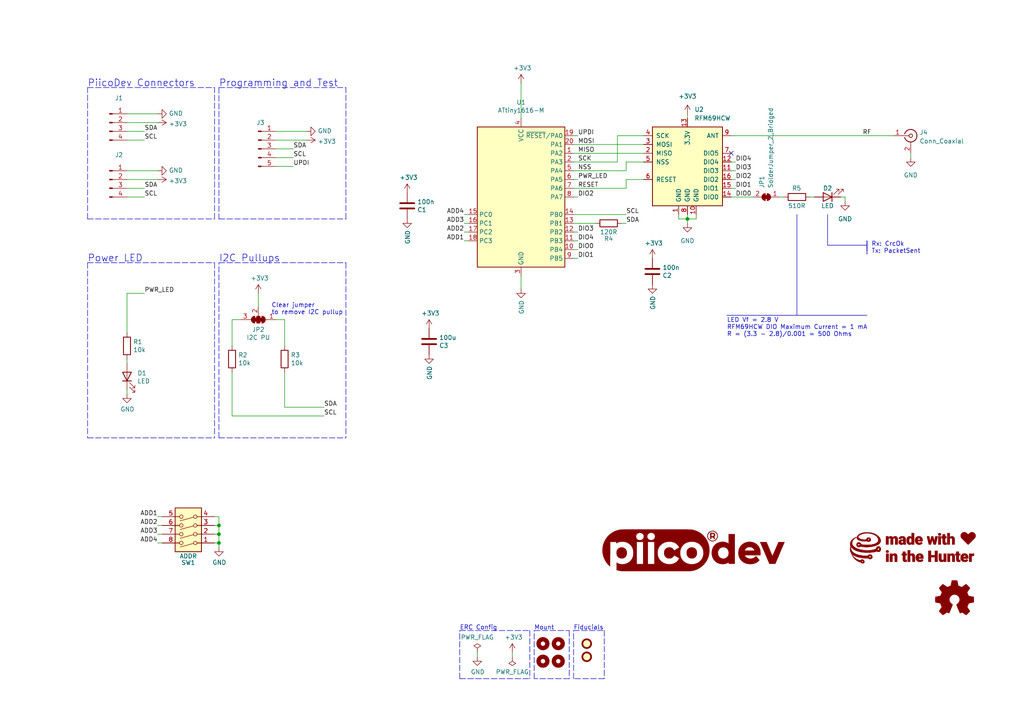
<source format=kicad_sch>
(kicad_sch (version 20211123) (generator eeschema)
  (paper "A4")
  (title_block (title "PiicoDev Radio") (rev "00") (company "Core Electronics") (comment 1 "Designed by Peter Johnston at") (comment 2 "PiicoDev and the PiicoDev logo are trademarks of Core Electronics Pty Ltd.") (comment 3 "License: CCASAv4.0 http://creativecommons.org/licenses/by-sa/4.0"))
  (lib_symbols
    (symbol "Connector:Conn_01x04_Male" (pin_names (offset 1.016) hide)
      (property "Reference" "J" (at 0 5.08 0))
      (property "Value" "Conn_01x04_Male" (at 0 -7.62 0))
      (symbol "Conn_01x04_Male_1_1"
        (pin passive line (at 5.08 2.54 180) (length 3.81) (name "Pin_1") (number "1"))
        (pin passive line (at 5.08 0 180) (length 3.81) (name "Pin_2") (number "2"))
        (pin passive line (at 5.08 -2.54 180) (length 3.81) (name "Pin_3") (number "3"))
        (pin passive line (at 5.08 -5.08 180) (length 3.81) (name "Pin_4") (number "4"))
      )
    )
    (symbol "Connector:Conn_01x05_Male" (pin_names (offset 1.016) hide)
      (property "Reference" "J" (at 0 7.62 0))
      (property "Value" "Conn_01x05_Male" (at 0 -7.62 0))
      (symbol "Conn_01x05_Male_1_1"
        (pin passive line (at 5.08 5.08 180) (length 3.81) (name "Pin_1") (number "1"))
        (pin passive line (at 5.08 2.54 180) (length 3.81) (name "Pin_2") (number "2"))
        (pin passive line (at 5.08 0 180) (length 3.81) (name "Pin_3") (number "3"))
        (pin passive line (at 5.08 -2.54 180) (length 3.81) (name "Pin_4") (number "4"))
        (pin passive line (at 5.08 -5.08 180) (length 3.81) (name "Pin_5") (number "5"))
      )
    )
    (symbol "Connector:Conn_Coaxial" (pin_names (offset 1.016) hide)
      (property "Reference" "J" (at 0.254 3.048 0))
      (property "Value" "Conn_Coaxial" (at 2.921 0 90))
      (symbol "Conn_Coaxial_1_1"
        (pin passive line (at -5.08 0 0) (length 2.54) (name "In") (number "1"))
        (pin passive line (at 0 -5.08 90) (length 2.54) (name "Ext") (number "2"))
      )
    )
    (symbol "CoreElectronics_Artwork:LOGO_CoreElectronics_no-text" (pin_names (offset 1.016)))
    (symbol "CoreElectronics_Artwork:LOGO_PiicoDev" (pin_names (offset 1.016)))
    (symbol "CoreElectronics_Artwork:LOGO_made-with-love" (pin_names (offset 1.016)))
    (symbol "Device:C" (pin_numbers hide) (pin_names (offset 0.254))
      (property "Reference" "C" (at 0.635 2.54 0))
      (property "Value" "C" (at 0.635 -2.54 0))
      (symbol "C_1_1"
        (pin passive line (at 0 3.81 270) (length 2.794) (name "~") (number "1"))
        (pin passive line (at 0 -3.81 90) (length 2.794) (name "~") (number "2"))
      )
    )
    (symbol "Device:LED" (pin_numbers hide) (pin_names (offset 1.016) hide)
      (property "Reference" "D" (at 0 2.54 0))
      (property "Value" "LED" (at 0 -2.54 0))
      (symbol "LED_1_1"
        (pin passive line (at -3.81 0 0) (length 2.54) (name "K") (number "1"))
        (pin passive line (at 3.81 0 180) (length 2.54) (name "A") (number "2"))
      )
    )
    (symbol "Device:R" (pin_numbers hide) (pin_names (offset 0))
      (property "Reference" "R" (at 2.032 0 90))
      (property "Value" "R" (at 0 0 90))
      (symbol "R_1_1"
        (pin passive line (at 0 3.81 270) (length 1.27) (name "~") (number "1"))
        (pin passive line (at 0 -3.81 90) (length 1.27) (name "~") (number "2"))
      )
    )
    (symbol "Graphic:Logo_Open_Hardware_Small" (pin_names (offset 1.016)))
    (symbol "Jumper:SolderJumper_2_Bridged" (pin_names (offset 0) hide)
      (property "Reference" "JP" (at 0 2.032 0))
      (property "Value" "SolderJumper_2_Bridged" (at 0 -2.54 0))
      (symbol "SolderJumper_2_Bridged_1_1"
        (pin passive line (at -3.81 0 0) (length 2.54) (name "A") (number "1"))
        (pin passive line (at 3.81 0 180) (length 2.54) (name "B") (number "2"))
      )
    )
    (symbol "Jumper:SolderJumper_3_Bridged123" (pin_names (offset 0) hide)
      (property "Reference" "JP" (at -2.54 -2.54 0))
      (property "Value" "SolderJumper_3_Bridged123" (at 0 2.794 0))
      (symbol "SolderJumper_3_Bridged123_1_1"
        (pin passive line (at -5.08 0 0) (length 2.54) (name "A") (number "1"))
        (pin passive line (at 0 -3.81 90) (length 2.54) (name "C") (number "2"))
        (pin passive line (at 5.08 0 180) (length 2.54) (name "B") (number "3"))
      )
    )
    (symbol "MCU_Microchip_ATtiny:ATtiny1616-M"
      (property "Reference" "U" (at -12.7 21.59 0))
      (property "Value" "ATtiny1616-M" (at 2.54 -21.59 0))
      (symbol "ATtiny1616-M_1_1"
        (pin bidirectional line (at 15.24 12.7 180) (length 2.54) (name "PA2") (number "1"))
        (pin bidirectional line (at 15.24 -15.24 180) (length 2.54) (name "PB4") (number "10"))
        (pin bidirectional line (at 15.24 -12.7 180) (length 2.54) (name "PB3") (number "11"))
        (pin bidirectional line (at 15.24 -10.16 180) (length 2.54) (name "PB2") (number "12"))
        (pin bidirectional line (at 15.24 -7.62 180) (length 2.54) (name "PB1") (number "13"))
        (pin bidirectional line (at 15.24 -5.08 180) (length 2.54) (name "PB0") (number "14"))
        (pin bidirectional line (at -15.24 -5.08 0) (length 2.54) (name "PC0") (number "15"))
        (pin bidirectional line (at -15.24 -7.62 0) (length 2.54) (name "PC1") (number "16"))
        (pin bidirectional line (at -15.24 -10.16 0) (length 2.54) (name "PC2") (number "17"))
        (pin bidirectional line (at -15.24 -12.7 0) (length 2.54) (name "PC3") (number "18"))
        (pin bidirectional line (at 15.24 17.78 180) (length 2.54) (name "~{RESET}/PA0") (number "19"))
        (pin bidirectional line (at 15.24 10.16 180) (length 2.54) (name "PA3") (number "2"))
        (pin bidirectional line (at 15.24 15.24 180) (length 2.54) (name "PA1") (number "20"))
        (pin passive line (at 0 -22.86 90) (length 2.54) hide (name "GND") (number "21"))
        (pin power_in line (at 0 -22.86 90) (length 2.54) (name "GND") (number "3"))
        (pin power_in line (at 0 22.86 270) (length 2.54) (name "VCC") (number "4"))
        (pin bidirectional line (at 15.24 7.62 180) (length 2.54) (name "PA4") (number "5"))
        (pin bidirectional line (at 15.24 5.08 180) (length 2.54) (name "PA5") (number "6"))
        (pin bidirectional line (at 15.24 2.54 180) (length 2.54) (name "PA6") (number "7"))
        (pin bidirectional line (at 15.24 0 180) (length 2.54) (name "PA7") (number "8"))
        (pin bidirectional line (at 15.24 -17.78 180) (length 2.54) (name "PB5") (number "9"))
      )
    )
    (symbol "Mechanical:Fiducial"
      (property "Reference" "FID" (at 0 5.08 0))
      (property "Value" "Fiducial" (at 0 3.175 0))
    )
    (symbol "Mechanical:MountingHole" (pin_names (offset 1.016))
      (property "Reference" "H" (at 0 5.08 0))
      (property "Value" "MountingHole" (at 0 3.175 0))
    )
    (symbol "RF_Module:RFM69HCW" (pin_names (offset 1.016))
      (property "Reference" "U" (at -10.414 11.684 0))
      (property "Value" "RFM69HCW" (at 1.524 11.43 0))
      (symbol "RFM69HCW_1_1"
        (pin power_in line (at -2.54 -15.24 90) (length 2.54) (name "GND") (number "1"))
        (pin power_in line (at 2.54 -15.24 90) (length 2.54) (name "GND") (number "10"))
        (pin bidirectional line (at 12.7 -2.54 180) (length 2.54) (name "DIO3") (number "11"))
        (pin bidirectional line (at 12.7 0 180) (length 2.54) (name "DIO4") (number "12"))
        (pin power_in line (at 0 12.7 270) (length 2.54) (name "3.3V") (number "13"))
        (pin bidirectional line (at 12.7 -10.16 180) (length 2.54) (name "DIO0") (number "14"))
        (pin bidirectional line (at 12.7 -7.62 180) (length 2.54) (name "DIO1") (number "15"))
        (pin bidirectional line (at 12.7 -5.08 180) (length 2.54) (name "DIO2") (number "16"))
        (pin output line (at -12.7 2.54 0) (length 2.54) (name "MISO") (number "2"))
        (pin input line (at -12.7 5.08 0) (length 2.54) (name "MOSI") (number "3"))
        (pin input line (at -12.7 7.62 0) (length 2.54) (name "SCK") (number "4"))
        (pin input line (at -12.7 0 0) (length 2.54) (name "NSS") (number "5"))
        (pin bidirectional line (at -12.7 -5.08 0) (length 2.54) (name "RESET") (number "6"))
        (pin bidirectional line (at 12.7 2.54 180) (length 2.54) (name "DIO5") (number "7"))
        (pin power_in line (at 0 -15.24 90) (length 2.54) (name "GND") (number "8"))
        (pin bidirectional line (at 12.7 7.62 180) (length 2.54) (name "ANT") (number "9"))
      )
    )
    (symbol "Switch:SW_DIP_x04" (pin_names (offset 0) hide)
      (property "Reference" "SW" (at 0 8.89 0))
      (property "Value" "SW_DIP_x04" (at 0 -6.35 0))
      (symbol "SW_DIP_x04_1_1"
        (pin passive line (at -7.62 5.08 0) (length 5.08) (name "~") (number "1"))
        (pin passive line (at -7.62 2.54 0) (length 5.08) (name "~") (number "2"))
        (pin passive line (at -7.62 0 0) (length 5.08) (name "~") (number "3"))
        (pin passive line (at -7.62 -2.54 0) (length 5.08) (name "~") (number "4"))
        (pin passive line (at 7.62 -2.54 180) (length 5.08) (name "~") (number "5"))
        (pin passive line (at 7.62 0 180) (length 5.08) (name "~") (number "6"))
        (pin passive line (at 7.62 2.54 180) (length 5.08) (name "~") (number "7"))
        (pin passive line (at 7.62 5.08 180) (length 5.08) (name "~") (number "8"))
      )
    )
    (symbol "power:+3V3" (power) (pin_names (offset 0))
      (property "Value" "+3V3" (at 0 3.556 0))
      (symbol "+3V3_1_1"
        (pin power_in line (at 0 0 90) (length 0) hide (name "+3V3") (number "1"))
      )
    )
    (symbol "power:GND" (power) (pin_names (offset 0))
      (property "Value" "GND" (at 0 -3.81 0))
      (symbol "GND_1_1"
        (pin power_in line (at 0 0 270) (length 0) hide (name "GND") (number "1"))
      )
    )
    (symbol "power:PWR_FLAG" (power) (pin_numbers hide) (pin_names (offset 0) hide)
      (property "Value" "PWR_FLAG" (at 0 3.81 0))
      (symbol "PWR_FLAG_0_0"
        (pin power_out line (at 0 0 90) (length 0) (name "pwr") (number "1"))
      )
    )
  )
  (junction (at 63.5 157.48))
  (junction (at 199.39 63.5))
  (junction (at 63.5 154.94))
  (junction (at 63.5 152.4))
  (no_connect (at 212.09 44.45))
  (wire (pts (xy 166.37 49.53) (xy 181.61 49.53)))
  (wire (pts (xy 36.83 35.56) (xy 45.72 35.56)))
  (polyline (pts (xy 63.5 63.5) (xy 100.33 63.5)))
  (polyline (pts (xy 240.03 62.23) (xy 240.03 71.12)) (stroke (width 0) (type solid)))
  (wire (pts (xy 179.07 39.37) (xy 186.69 39.37)))
  (wire (pts (xy 82.55 92.71) (xy 80.01 92.71)))
  (wire (pts (xy 138.43 189.23) (xy 138.43 190.5)))
  (wire (pts (xy 134.62 67.31) (xy 135.89 67.31)))
  (polyline (pts (xy 25.4 76.2) (xy 25.4 127)))
  (wire (pts (xy 82.55 118.11) (xy 93.98 118.11)))
  (wire (pts (xy 63.5 157.48) (xy 63.5 158.75)))
  (wire (pts (xy 45.72 154.94) (xy 46.99 154.94)))
  (wire (pts (xy 62.23 157.48) (xy 63.5 157.48)))
  (wire (pts (xy 45.72 149.86) (xy 46.99 149.86)))
  (wire (pts (xy 166.37 67.31) (xy 167.64 67.31)))
  (wire (pts (xy 148.59 189.23) (xy 148.59 190.5)))
  (wire (pts (xy 62.23 154.94) (xy 63.5 154.94)))
  (wire (pts (xy 45.72 49.53) (xy 36.83 49.53)))
  (polyline (pts (xy 240.03 71.12) (xy 251.46 71.12)) (stroke (width 0) (type solid)))
  (wire (pts (xy 36.83 85.09) (xy 36.83 96.52)))
  (polyline (pts (xy 100.33 63.5) (xy 100.33 25.4)))
  (polyline (pts (xy 154.94 196.85) (xy 154.94 182.88)))
  (polyline (pts (xy 175.26 196.85) (xy 166.37 196.85)))
  (wire (pts (xy 166.37 46.99) (xy 179.07 46.99)))
  (wire (pts (xy 63.5 152.4) (xy 63.5 154.94)))
  (wire (pts (xy 212.09 49.53) (xy 213.36 49.53)))
  (wire (pts (xy 166.37 74.93) (xy 167.64 74.93)))
  (wire (pts (xy 134.62 69.85) (xy 135.89 69.85)))
  (wire (pts (xy 199.39 63.5) (xy 199.39 64.77)))
  (wire (pts (xy 67.31 107.95) (xy 67.31 120.65)))
  (wire (pts (xy 181.61 52.07) (xy 181.61 54.61)))
  (wire (pts (xy 201.93 63.5) (xy 201.93 62.23)))
  (wire (pts (xy 234.95 57.15) (xy 236.22 57.15)))
  (wire (pts (xy 45.72 157.48) (xy 46.99 157.48)))
  (wire (pts (xy 181.61 49.53) (xy 181.61 46.99)))
  (wire (pts (xy 226.06 57.15) (xy 227.33 57.15)))
  (wire (pts (xy 199.39 63.5) (xy 201.93 63.5)))
  (polyline (pts (xy 133.35 196.85) (xy 133.35 182.88)))
  (polyline (pts (xy 133.35 196.85) (xy 153.67 196.85)))
  (polyline (pts (xy 25.4 76.2) (xy 62.23 76.2)))
  (wire (pts (xy 180.34 64.77) (xy 181.61 64.77)))
  (wire (pts (xy 74.93 85.09) (xy 74.93 88.9)))
  (polyline (pts (xy 25.4 25.4) (xy 62.23 25.4)))
  (polyline (pts (xy 154.94 182.88) (xy 165.1 182.88)))
  (wire (pts (xy 80.01 48.26) (xy 85.09 48.26)))
  (polyline (pts (xy 133.35 182.88) (xy 153.67 182.88)))
  (wire (pts (xy 264.16 44.45) (xy 264.16 45.72)))
  (polyline (pts (xy 63.5 127) (xy 100.33 127)))
  (polyline (pts (xy 251.46 71.12) (xy 251.46 73.66)))
  (wire (pts (xy 166.37 64.77) (xy 172.72 64.77)))
  (polyline (pts (xy 175.26 182.88) (xy 175.26 196.85)))
  (wire (pts (xy 181.61 54.61) (xy 166.37 54.61)))
  (wire (pts (xy 166.37 52.07) (xy 167.64 52.07)))
  (wire (pts (xy 196.85 62.23) (xy 196.85 63.5)))
  (wire (pts (xy 151.13 83.82) (xy 151.13 80.01)))
  (polyline (pts (xy 63.5 25.4) (xy 100.33 25.4)))
  (wire (pts (xy 85.09 45.72) (xy 80.01 45.72)))
  (wire (pts (xy 245.11 57.15) (xy 245.11 58.42)))
  (wire (pts (xy 166.37 57.15) (xy 167.64 57.15)))
  (wire (pts (xy 67.31 120.65) (xy 93.98 120.65)))
  (polyline (pts (xy 210.82 91.44) (xy 231.14 91.44)) (stroke (width 0) (type solid)))
  (wire (pts (xy 41.91 57.15) (xy 36.83 57.15)))
  (wire (pts (xy 134.62 62.23) (xy 135.89 62.23)))
  (wire (pts (xy 36.83 105.41) (xy 36.83 104.14)))
  (wire (pts (xy 179.07 46.99) (xy 179.07 39.37)))
  (polyline (pts (xy 166.37 182.88) (xy 175.26 182.88)))
  (wire (pts (xy 199.39 33.02) (xy 199.39 34.29)))
  (wire (pts (xy 41.91 40.64) (xy 36.83 40.64)))
  (polyline (pts (xy 63.5 25.4) (xy 63.5 63.5)))
  (wire (pts (xy 166.37 72.39) (xy 167.64 72.39)))
  (polyline (pts (xy 100.33 76.2) (xy 100.33 127)))
  (wire (pts (xy 212.09 46.99) (xy 213.36 46.99)))
  (wire (pts (xy 212.09 54.61) (xy 213.36 54.61)))
  (wire (pts (xy 45.72 152.4) (xy 46.99 152.4)))
  (wire (pts (xy 67.31 100.33) (xy 67.31 92.71)))
  (wire (pts (xy 36.83 52.07) (xy 45.72 52.07)))
  (wire (pts (xy 63.5 149.86) (xy 62.23 149.86)))
  (wire (pts (xy 166.37 39.37) (xy 167.64 39.37)))
  (wire (pts (xy 134.62 64.77) (xy 135.89 64.77)))
  (wire (pts (xy 212.09 52.07) (xy 213.36 52.07)))
  (wire (pts (xy 212.09 57.15) (xy 218.44 57.15)))
  (wire (pts (xy 166.37 41.91) (xy 186.69 41.91)))
  (polyline (pts (xy 25.4 63.5) (xy 25.4 25.4)))
  (polyline (pts (xy 251.46 69.85) (xy 251.46 73.66)) (stroke (width 0) (type solid)))
  (wire (pts (xy 199.39 62.23) (xy 199.39 63.5)))
  (polyline (pts (xy 63.5 127) (xy 63.5 76.2)))
  (wire (pts (xy 166.37 62.23) (xy 181.61 62.23)))
  (wire (pts (xy 181.61 46.99) (xy 186.69 46.99)))
  (wire (pts (xy 166.37 69.85) (xy 167.64 69.85)))
  (wire (pts (xy 41.91 54.61) (xy 36.83 54.61)))
  (wire (pts (xy 41.91 85.09) (xy 36.83 85.09)))
  (wire (pts (xy 243.84 57.15) (xy 245.11 57.15)))
  (polyline (pts (xy 165.1 182.88) (xy 165.1 196.85)))
  (wire (pts (xy 151.13 34.29) (xy 151.13 24.13)))
  (wire (pts (xy 41.91 38.1) (xy 36.83 38.1)))
  (wire (pts (xy 63.5 154.94) (xy 63.5 157.48)))
  (wire (pts (xy 67.31 92.71) (xy 69.85 92.71)))
  (wire (pts (xy 36.83 114.3) (xy 36.83 113.03)))
  (polyline (pts (xy 62.23 63.5) (xy 62.23 25.4)))
  (wire (pts (xy 88.9 38.1) (xy 80.01 38.1)))
  (wire (pts (xy 45.72 33.02) (xy 36.83 33.02)))
  (polyline (pts (xy 165.1 196.85) (xy 154.94 196.85)))
  (polyline (pts (xy 231.14 62.23) (xy 231.14 91.44)) (stroke (width 0) (type solid)))
  (wire (pts (xy 166.37 44.45) (xy 186.69 44.45)))
  (wire (pts (xy 82.55 100.33) (xy 82.55 92.71)))
  (polyline (pts (xy 153.67 182.88) (xy 153.67 196.85)))
  (polyline (pts (xy 231.14 91.44) (xy 251.46 91.44)) (stroke (width 0) (type solid)))
  (wire (pts (xy 186.69 52.07) (xy 181.61 52.07)))
  (wire (pts (xy 63.5 149.86) (xy 63.5 152.4)))
  (polyline (pts (xy 251.46 69.85) (xy 251.46 71.12)))
  (polyline (pts (xy 63.5 76.2) (xy 100.33 76.2)))
  (wire (pts (xy 62.23 152.4) (xy 63.5 152.4)))
  (polyline (pts (xy 25.4 127) (xy 62.23 127)))
  (polyline (pts (xy 166.37 196.85) (xy 166.37 182.88)))
  (polyline (pts (xy 62.23 76.2) (xy 62.23 127)))
  (wire (pts (xy 82.55 107.95) (xy 82.55 118.11)))
  (polyline (pts (xy 25.4 63.5) (xy 62.23 63.5)))
  (wire (pts (xy 85.09 43.18) (xy 80.01 43.18)))
  (wire (pts (xy 80.01 40.64) (xy 88.9 40.64)))
  (wire (pts (xy 212.09 39.37) (xy 259.08 39.37)))
  (wire (pts (xy 196.85 63.5) (xy 199.39 63.5)))
  (text "PiicoDev Connectors" (at 25.4 25.4 0) (effects (font (size 2.0066 2.0066)) (justify left bottom)))
  (text "I2C Pullups" (at 63.5 76.2 0) (effects (font (size 2.0066 2.0066)) (justify left bottom)))
  (text "Power LED" (at 25.4 76.2 0) (effects (font (size 2.0066 2.0066)) (justify left bottom)))
  (text "Rx: CrcOk\nTx: PacketSent" (at 252.73 73.66 0) (effects (font (size 1.27 1.27)) (justify left bottom)))
  (text "LED Vf = 2.8 V\nRFM69HCW DIO Maximum Current = 1 mA\nR = (3.3 - 2.8)/0.001 = 500 Ohms" (at 210.82 97.79 0) (effects (font (size 1.27 1.27)) (justify left bottom)))
  (text "Mount" (at 154.94 182.88 0) (effects (font (size 1.27 1.27)) (justify left bottom)))
  (text "Clear jumper \nto remove I2C pullup" (at 78.74 91.44 0) (effects (font (size 1.27 1.27)) (justify left bottom)))
  (text "Programming and Test" (at 63.5 25.4 0) (effects (font (size 2.0066 2.0066)) (justify left bottom)))
  (text "ERC Config" (at 133.35 182.88 0) (effects (font (size 1.27 1.27)) (justify left bottom)))
  (text "Fiducials" (at 166.37 182.88 0) (effects (font (size 1.27 1.27)) (justify left bottom)))
  (label "ADD3" (at 134.62 64.77 180))
  (label "PWR_LED" (at 41.91 85.09 0))
  (label "SDA" (at 41.91 38.1 0))
  (label "UPDI" (at 167.64 39.37 0))
  (label "SDA" (at 85.09 43.18 0))
  (label "UPDI" (at 85.09 48.26 0))
  (label "DIO3" (at 167.64 67.31 0))
  (label "SCL" (at 85.09 45.72 0))
  (label "ADD1" (at 134.62 69.85 180))
  (label "MOSI" (at 167.64 41.91 0))
  (label "SCL" (at 41.91 57.15 0))
  (label "RF" (at 250.19 39.37 0))
  (label "DIO2" (at 213.36 52.07 0))
  (label "SDA" (at 181.61 64.77 0))
  (label "PWR_LED" (at 167.64 52.07 0))
  (label "SDA" (at 93.98 118.11 0))
  (label "DIO4" (at 213.36 46.99 0))
  (label "ADD3" (at 45.72 154.94 180))
  (label "RESET" (at 167.64 54.61 0))
  (label "ADD2" (at 134.62 67.31 180))
  (label "SCL" (at 41.91 40.64 0))
  (label "ADD4" (at 45.72 157.48 180))
  (label "MISO" (at 167.64 44.45 0))
  (label "NSS" (at 167.64 49.53 0))
  (label "DIO1" (at 167.64 74.93 0))
  (label "ADD2" (at 45.72 152.4 180))
  (label "SCK" (at 167.64 46.99 0))
  (label "ADD1" (at 45.72 149.86 180))
  (label "DIO4" (at 167.64 69.85 0))
  (label "SDA" (at 41.91 54.61 0))
  (label "ADD4" (at 134.62 62.23 180))
  (label "DIO3" (at 213.36 49.53 0))
  (label "SCL" (at 181.61 62.23 0))
  (label "DIO1" (at 213.36 54.61 0))
  (label "DIO0" (at 167.64 72.39 0))
  (label "DIO2" (at 167.64 57.15 0))
  (label "SCL" (at 93.98 120.65 0))
  (label "DIO0" (at 213.36 57.15 0))
  (symbol (lib_id "CoreElectronics_Artwork:LOGO_PiicoDev") (at 203.2 160.02 0) (unit 1)
    (property "Reference" "G1" (effects hide))
    (property "Value" "LOGO_PiicoDev" (effects hide))
    (property "Footprint" "CoreElectronics_Artwork:piicodev_logo_14.2x3.4mm" (effects hide))
  )
  (symbol (lib_id "CoreElectronics_Artwork:LOGO_made-with-love") (at 269.24 158.75 0) (unit 1)
    (property "Reference" "G3" (effects hide))
    (property "Value" "LOGO_made-with-love" (effects hide))
    (property "Footprint" "CoreElectronics_Artwork:piicodev_logo_14.2x3.4mm" (effects hide))
  )
  (symbol (lib_id "CoreElectronics_Artwork:LOGO_CoreElectronics_no-text") (at 251.46 158.75 0) (unit 1)
    (property "Reference" "G2" (effects hide))
    (property "Value" "LOGO_CoreElectronics_no-text" (effects hide))
    (property "Footprint" "CoreElectronics_Artwork:CoreElectronics_logo_5mm_v2" (effects hide))
  )
  (symbol (lib_id "Graphic:Logo_Open_Hardware_Small") (at 276.86 173.99 0) (unit 1)
    (property "Reference" "LOGO1" (effects hide))
    (property "Value" "Logo_Open_Hardware_Small" (effects hide))
    (property "Footprint" "CoreElectronics_Artwork:oshw" (effects hide))
  )
  (symbol (lib_id "power:PWR_FLAG") (at 138.43 189.23 0) (unit 1)
    (property "Reference" "#FLG0102" (effects hide))
    (property "Value" "PWR_FLAG" (at 138.43 184.8358 0))
  )
  (symbol (lib_id "power:PWR_FLAG") (at 148.59 190.5 180) (unit 1)
    (property "Reference" "#FLG0101" (effects hide))
    (property "Value" "PWR_FLAG" (at 148.59 194.8942 0))
  )
  (symbol (lib_id "power:GND") (at 138.43 190.5 0) (unit 1)
    (property "Reference" "#PWR0105" (effects hide))
    (property "Value" "GND" (at 138.557 194.8942 0))
  )
  (symbol (lib_id "power:+3V3") (at 148.59 189.23 0) (unit 1)
    (property "Reference" "#PWR0106" (effects hide))
    (property "Value" "+3V3" (at 148.971 184.8358 0))
  )
  (symbol (lib_id "Mechanical:MountingHole") (at 157.48 191.77 0) (unit 1)
    (property "Reference" "H2" (effects hide))
    (property "Value" "MountingHole" (effects hide))
    (property "Footprint" "CoreElectronics_Components:MountingHole_2.7mm_M2.5_PadClearance_1.2" (effects hide))
  )
  (symbol (lib_id "Mechanical:MountingHole") (at 157.48 186.69 0) (unit 1)
    (property "Reference" "H1" (effects hide))
    (property "Value" "MountingHole" (effects hide))
    (property "Footprint" "CoreElectronics_Components:MountingHole_2.7mm_M2.5_PadClearance_1.2" (effects hide))
  )
  (symbol (lib_id "Mechanical:Fiducial") (at 170.18 190.5 0) (unit 1)
    (property "Reference" "FID2" (effects hide))
    (property "Value" "Fiducial" (effects hide))
    (property "Footprint" "Fiducial:Fiducial_1mm_Mask2mm" (effects hide))
  )
  (symbol (lib_id "Mechanical:Fiducial") (at 170.18 186.69 0) (unit 1)
    (property "Reference" "FID1" (effects hide))
    (property "Value" "Fiducial" (effects hide))
    (property "Footprint" "Fiducial:Fiducial_1mm_Mask2mm" (effects hide))
  )
  (symbol (lib_id "Connector:Conn_01x04_Male") (at 31.75 35.56 0) (unit 1)
    (property "Reference" "J1" (at 34.4932 28.4226 0))
    (property "Value" " " (at 34.4932 30.734 0))
    (property "Footprint" "Connector_JST:JST_SH_SM04B-SRSS-TB_1x04-1MP_P1.00mm_Horizontal" (effects hide))
  )
  (symbol (lib_id "power:+3V3") (at 45.72 35.56 270) (unit 1)
    (property "Reference" "#PWR0110" (effects hide))
    (property "Value" "+3V3" (at 48.9712 35.941 90) (effects (justify left)))
  )
  (symbol (lib_id "power:GND") (at 45.72 33.02 90) (unit 1)
    (property "Reference" "#PWR0108" (effects hide))
    (property "Value" "GND" (at 48.9712 32.893 90) (effects (justify right)))
  )
  (symbol (lib_id "Connector:Conn_01x04_Male") (at 31.75 52.07 0) (unit 1)
    (property "Reference" "J2" (at 34.4932 44.9326 0))
    (property "Value" " " (at 34.4932 47.244 0))
    (property "Footprint" "Connector_JST:JST_SH_SM04B-SRSS-TB_1x04-1MP_P1.00mm_Horizontal" (effects hide))
  )
  (symbol (lib_id "power:+3V3") (at 45.72 52.07 270) (unit 1)
    (property "Reference" "#PWR0109" (effects hide))
    (property "Value" "+3V3" (at 48.9712 52.451 90) (effects (justify left)))
  )
  (symbol (lib_id "power:GND") (at 45.72 49.53 90) (unit 1)
    (property "Reference" "#PWR0111" (effects hide))
    (property "Value" "GND" (at 48.9712 49.403 90) (effects (justify right)))
  )
  (symbol (lib_id "Device:R") (at 82.55 104.14 0) (unit 1)
    (property "Reference" "R3" (at 84.328 102.9716 0) (effects (justify left)))
    (property "Value" "10k" (at 84.328 105.283 0) (effects (justify left)))
    (property "Footprint" "Resistor_SMD:R_0402_1005Metric" (effects hide))
  )
  (symbol (lib_id "Jumper:SolderJumper_3_Bridged123") (at 74.93 92.71 180) (unit 1)
    (property "Reference" "JP2" (at 74.93 95.5802 0))
    (property "Value" "I2C PU" (at 74.93 97.8916 0))
    (property "Footprint" "CoreElectronics_Components:SolderJumper-3_P1.3mm_Closed_RoundedPad1.0x1.5mm_NumberLabels" (effects hide))
  )
  (symbol (lib_id "Device:R") (at 67.31 104.14 0) (unit 1)
    (property "Reference" "R2" (at 69.088 102.9716 0) (effects (justify left)))
    (property "Value" "10k" (at 69.088 105.283 0) (effects (justify left)))
    (property "Footprint" "Resistor_SMD:R_0402_1005Metric" (effects hide))
  )
  (symbol (lib_id "power:+3V3") (at 74.93 85.09 0) (unit 1)
    (property "Reference" "#PWR0101" (effects hide))
    (property "Value" "+3V3" (at 75.311 80.6958 0))
  )
  (symbol (lib_id "Device:LED") (at 36.83 109.22 90) (unit 1)
    (property "Reference" "D1" (at 39.8272 108.2294 90) (effects (justify right)))
    (property "Value" "LED" (at 39.8272 110.5408 90) (effects (justify right)))
    (property "Footprint" "LED_SMD:LED_0603_1608Metric" (effects hide))
  )
  (symbol (lib_id "power:GND") (at 36.83 114.3 0) (unit 1)
    (property "Reference" "#PWR0107" (effects hide))
    (property "Value" "GND" (at 36.957 118.6942 0))
  )
  (symbol (lib_id "Device:R") (at 36.83 100.33 0) (unit 1)
    (property "Reference" "R1" (at 38.608 99.1616 0) (effects (justify left)))
    (property "Value" "10k" (at 38.608 101.473 0) (effects (justify left)))
    (property "Footprint" "Resistor_SMD:R_0402_1005Metric" (effects hide))
  )
  (symbol (lib_id "MCU_Microchip_ATtiny:ATtiny1616-M") (at 151.13 57.15 0) (unit 1)
    (property "Reference" "U1" (at 151.13 29.6926 0))
    (property "Value" "ATtiny1616-M" (at 151.13 32.004 0))
    (property "Footprint" "Package_DFN_QFN:VQFN-20-1EP_3x3mm_P0.4mm_EP1.7x1.7mm" (effects hide))
    (property "Datasheet" "http://ww1.microchip.com/downloads/en/DeviceDoc/ATtiny3216_ATtiny1616-data-sheet-40001997B.pdf" (effects hide))
  )
  (symbol (lib_id "power:+3V3") (at 151.13 24.13 0) (unit 1)
    (property "Reference" "#PWR0113" (effects hide))
    (property "Value" "+3V3" (at 151.511 19.7358 0))
  )
  (symbol (lib_id "power:GND") (at 151.13 83.82 0) (unit 1)
    (property "Reference" "#PWR0112" (effects hide))
    (property "Value" "GND" (at 151.257 87.0712 90) (effects (justify right)))
  )
  (symbol (lib_id "power:GND") (at 118.11 63.5 0) (unit 1)
    (property "Reference" "#PWR0104" (effects hide))
    (property "Value" "GND" (at 118.237 66.7512 90) (effects (justify right)))
  )
  (symbol (lib_id "power:+3V3") (at 118.11 55.88 0) (unit 1)
    (property "Reference" "#PWR0103" (effects hide))
    (property "Value" "+3V3" (at 118.491 51.4858 0))
  )
  (symbol (lib_id "Device:C") (at 118.11 59.69 0) (mirror x) (unit 1)
    (property "Reference" "C1" (at 121.031 60.8584 0) (effects (justify left)))
    (property "Value" "100n" (at 121.031 58.547 0) (effects (justify left)))
    (property "Footprint" "Capacitor_SMD:C_0402_1005Metric" (effects hide))
  )
  (symbol (lib_id "Switch:SW_DIP_x04") (at 54.61 152.4 180) (unit 1)
    (property "Reference" "SW1" (at 54.61 163.195 0))
    (property "Value" "ADDR" (at 54.61 161.29 0))
    (property "Footprint" "CoreElectronics_Components:SW_DIP_x04_Slide_CHS-04A1" (effects hide))
  )
  (symbol (lib_id "power:GND") (at 63.5 158.75 0) (unit 1)
    (property "Reference" "#PWR0102" (effects hide))
    (property "Value" "GND" (at 63.627 163.1442 0))
  )
  (symbol (lib_id "Mechanical:MountingHole") (at 161.925 191.77 0) (unit 1)
    (property "Reference" "H4" (effects hide))
    (property "Value" "MountingHole" (effects hide))
    (property "Footprint" "CoreElectronics_Components:MountingHole_2.7mm_M2.5_PadClearance_1.2" (effects hide))
  )
  (symbol (lib_id "power:GND") (at 245.11 58.42 0) (unit 1)
    (property "Reference" "#PWR0120" (effects hide))
    (property "Value" "GND" (at 245.11 63.5 0))
  )
  (symbol (lib_id "power:GND") (at 189.23 82.55 0) (unit 1)
    (property "Reference" "#PWR0115" (effects hide))
    (property "Value" "GND" (at 189.357 85.8012 90) (effects (justify right)))
  )
  (symbol (lib_id "Mechanical:MountingHole") (at 161.925 186.69 0) (unit 1)
    (property "Reference" "H3" (effects hide))
    (property "Value" "MountingHole" (effects hide))
    (property "Footprint" "CoreElectronics_Components:MountingHole_2.7mm_M2.5_PadClearance_1.2" (effects hide))
  )
  (symbol (lib_id "Connector:Conn_01x05_Male") (at 74.93 43.18 0) (unit 1)
    (property "Reference" "J3" (at 75.565 35.56 0))
    (property "Value" "Conn_01x05_Male" (effects hide))
    (property "Footprint" "CoreElectronics_Components:TestPoint_Pad_D1.0mm_x05_Pattern1" (effects hide))
  )
  (symbol (lib_id "Connector:Conn_Coaxial") (at 264.16 39.37 0) (unit 1)
    (property "Reference" "J4" (at 266.7 38.3931 0) (effects (justify left)))
    (property "Value" "Conn_Coaxial" (at 266.7 40.9331 0) (effects (justify left)))
    (property "Footprint" "Connector_Coaxial:SMB_Jack_Vertical" (effects hide))
    (property "Datasheet" " ~" (effects hide))
  )
  (symbol (lib_id "Device:LED") (at 240.03 57.15 180) (unit 1)
    (property "Reference" "D2" (at 240.03 54.61 0))
    (property "Value" "LED" (at 240.03 59.69 0))
    (property "Footprint" "LED_SMD:LED_0603_1608Metric" (effects hide))
  )
  (symbol (lib_id "Device:R") (at 176.53 64.77 90) (unit 1)
    (property "Reference" "R4" (at 176.53 69.215 90))
    (property "Value" "120R" (at 176.53 67.31 90))
    (property "Footprint" "Resistor_SMD:R_0402_1005Metric" (effects hide))
  )
  (symbol (lib_id "RF_Module:RFM69HCW") (at 199.39 46.99 0) (unit 1)
    (property "Reference" "U2" (at 201.4094 31.75 0) (effects (justify left)))
    (property "Value" "RFM69HCW" (at 201.4094 34.29 0) (effects (justify left)))
    (property "Footprint" "RF_Module:HOPERF_RFM9XW_SMD" (effects hide))
    (property "Datasheet" "https://www.hoperf.com/data/upload/portal/20181127/5bfcb8284d838.pdf" (effects hide))
  )
  (symbol (lib_id "power:GND") (at 199.39 64.77 0) (unit 1)
    (property "Reference" "#PWR0119" (effects hide))
    (property "Value" "GND" (at 199.39 69.85 0))
  )
  (symbol (lib_id "Device:R") (at 231.14 57.15 90) (unit 1)
    (property "Reference" "R5" (at 232.41 54.61 90) (effects (justify left)))
    (property "Value" "510R" (at 233.68 59.69 90) (effects (justify left)))
    (property "Footprint" "Resistor_SMD:R_0402_1005Metric" (effects hide))
  )
  (symbol (lib_id "Jumper:SolderJumper_2_Bridged") (at 222.25 57.15 180) (unit 1)
    (property "Reference" "JP1" (at 220.9799 54.61 90) (effects (justify right)))
    (property "Value" "SolderJumper_2_Bridged" (at 223.5199 54.61 90) (effects (justify right)))
    (property "Footprint" "CoreElectronics_Components:SolderJumper-2_P1.3mm_Bridged_RoundedPad1.0x1.5mm" (effects hide))
  )
  (symbol (lib_id "power:GND") (at 88.9 38.1 90) (unit 1)
    (property "Reference" "#PWR0116" (effects hide))
    (property "Value" "GND" (at 92.1512 37.973 90) (effects (justify right)))
  )
  (symbol (lib_id "power:+3V3") (at 189.23 74.93 0) (unit 1)
    (property "Reference" "#PWR0114" (effects hide))
    (property "Value" "+3V3" (at 189.611 70.5358 0))
  )
  (symbol (lib_id "Device:C") (at 124.46 99.06 0) (mirror x) (unit 1)
    (property "Reference" "C3" (at 127.381 100.2284 0) (effects (justify left)))
    (property "Value" "100u" (at 127.381 97.917 0) (effects (justify left)))
    (property "Footprint" "Capacitor_SMD:C_0603_1608Metric" (effects hide))
  )
  (symbol (lib_id "Device:C") (at 189.23 78.74 0) (mirror x) (unit 1)
    (property "Reference" "C2" (at 192.151 79.9084 0) (effects (justify left)))
    (property "Value" "100n" (at 192.151 77.597 0) (effects (justify left)))
    (property "Footprint" "Capacitor_SMD:C_0402_1005Metric" (effects hide))
  )
  (symbol (lib_id "power:GND") (at 124.46 102.87 0) (unit 1)
    (property "Reference" "#PWR03" (effects hide))
    (property "Value" "GND" (at 124.587 106.1212 90) (effects (justify right)))
  )
  (symbol (lib_id "power:+3V3") (at 88.9 40.64 270) (unit 1)
    (property "Reference" "#PWR0117" (effects hide))
    (property "Value" "+3V3" (at 92.1512 41.021 90) (effects (justify left)))
  )
  (symbol (lib_id "power:GND") (at 264.16 45.72 0) (unit 1)
    (property "Reference" "#PWR0118" (effects hide))
    (property "Value" "GND" (at 264.16 50.8 0))
  )
  (symbol (lib_id "power:+3V3") (at 124.46 95.25 0) (unit 1)
    (property "Reference" "#PWR02" (effects hide))
    (property "Value" "+3V3" (at 124.841 90.8558 0))
  )
  (symbol (lib_id "power:+3V3") (at 199.39 33.02 0) (unit 1)
    (property "Reference" "#PWR01" (effects hide))
    (property "Value" "+3V3" (at 199.39 27.94 0))
  )
)
</source>
